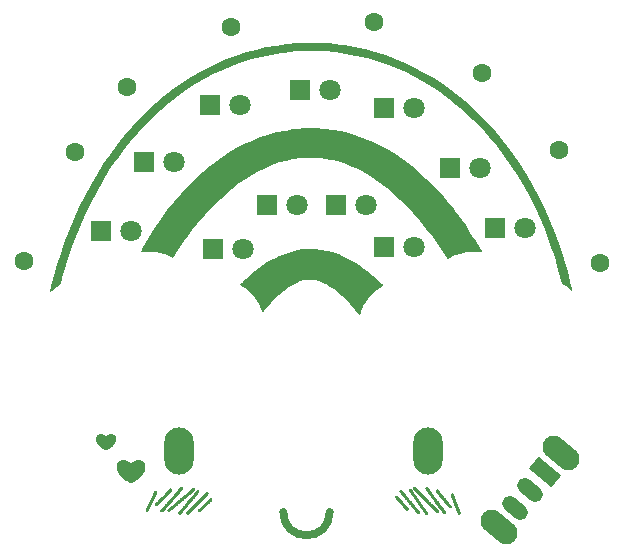
<source format=gbr>
%TF.GenerationSoftware,KiCad,Pcbnew,(6.0.4)*%
%TF.CreationDate,2022-06-06T16:58:20-07:00*%
%TF.ProjectId,Alpenglow_RadiantRainbow_PCB,416c7065-6e67-46c6-9f77-5f5261646961,rev?*%
%TF.SameCoordinates,Original*%
%TF.FileFunction,Soldermask,Top*%
%TF.FilePolarity,Negative*%
%FSLAX46Y46*%
G04 Gerber Fmt 4.6, Leading zero omitted, Abs format (unit mm)*
G04 Created by KiCad (PCBNEW (6.0.4)) date 2022-06-06 16:58:20*
%MOMM*%
%LPD*%
G01*
G04 APERTURE LIST*
G04 Aperture macros list*
%AMHorizOval*
0 Thick line with rounded ends*
0 $1 width*
0 $2 $3 position (X,Y) of the first rounded end (center of the circle)*
0 $4 $5 position (X,Y) of the second rounded end (center of the circle)*
0 Add line between two ends*
20,1,$1,$2,$3,$4,$5,0*
0 Add two circle primitives to create the rounded ends*
1,1,$1,$2,$3*
1,1,$1,$4,$5*%
%AMRotRect*
0 Rectangle, with rotation*
0 The origin of the aperture is its center*
0 $1 length*
0 $2 width*
0 $3 Rotation angle, in degrees counterclockwise*
0 Add horizontal line*
21,1,$1,$2,0,0,$3*%
G04 Aperture macros list end*
%ADD10C,0.635000*%
%ADD11R,1.800000X1.800000*%
%ADD12C,1.800000*%
%ADD13C,1.600000*%
%ADD14HorizOval,1.600000X0.000000X0.000000X0.000000X0.000000X0*%
%ADD15HorizOval,1.600000X0.000000X0.000000X0.000000X0.000000X0*%
%ADD16HorizOval,1.600000X0.000000X0.000000X0.000000X0.000000X0*%
%ADD17HorizOval,1.900000X-0.612836X0.514230X0.612836X-0.514230X0*%
%ADD18RotRect,1.300000X2.500000X230.000000*%
%ADD19HorizOval,1.300000X-0.459627X0.385673X0.459627X-0.385673X0*%
%ADD20O,2.500000X4.000000*%
%ADD21HorizOval,1.600000X0.000000X0.000000X0.000000X0.000000X0*%
G04 APERTURE END LIST*
D10*
X142430500Y-117538500D02*
G75*
G03*
X146367500Y-117538500I1968500J0D01*
G01*
%TO.C,G\u002A\u002A\u002A*%
G36*
X145151954Y-77801633D02*
G01*
X145703631Y-77822009D01*
X146264324Y-77858119D01*
X146823521Y-77909364D01*
X147370708Y-77975145D01*
X147612753Y-78009709D01*
X148498738Y-78163798D01*
X149374545Y-78357913D01*
X150239428Y-78591571D01*
X151092638Y-78864294D01*
X151933430Y-79175599D01*
X152761056Y-79525008D01*
X153574768Y-79912038D01*
X154373819Y-80336210D01*
X155157463Y-80797043D01*
X155924952Y-81294057D01*
X156675539Y-81826771D01*
X157408477Y-82394704D01*
X158123018Y-82997376D01*
X158818416Y-83634306D01*
X159493923Y-84305014D01*
X160148792Y-85009020D01*
X160782277Y-85745842D01*
X161393629Y-86515000D01*
X161897538Y-87196957D01*
X162497029Y-88072033D01*
X163067505Y-88978137D01*
X163608615Y-89914479D01*
X164120009Y-90880264D01*
X164601338Y-91874699D01*
X165052250Y-92896992D01*
X165472397Y-93946350D01*
X165861427Y-95021980D01*
X166218991Y-96123089D01*
X166544739Y-97248884D01*
X166831922Y-98371829D01*
X166863677Y-98505900D01*
X166891383Y-98625851D01*
X166913784Y-98725988D01*
X166929622Y-98800619D01*
X166937640Y-98844048D01*
X166938135Y-98852805D01*
X166917129Y-98843830D01*
X166866588Y-98808806D01*
X166789565Y-98750090D01*
X166689110Y-98670039D01*
X166568276Y-98571008D01*
X166505272Y-98518545D01*
X166368909Y-98412174D01*
X166252800Y-98338576D01*
X166177402Y-98303687D01*
X166091321Y-98265112D01*
X166045879Y-98228601D01*
X166037393Y-98211137D01*
X165736000Y-97083684D01*
X165404966Y-95983152D01*
X165044556Y-94910018D01*
X164655035Y-93864756D01*
X164236668Y-92847843D01*
X163789720Y-91859755D01*
X163314456Y-90900966D01*
X162811140Y-89971953D01*
X162280038Y-89073190D01*
X161721415Y-88205155D01*
X161135536Y-87368322D01*
X160522665Y-86563168D01*
X159883068Y-85790167D01*
X159217009Y-85049795D01*
X158524753Y-84342529D01*
X158072191Y-83911279D01*
X157731090Y-83599562D01*
X157407742Y-83314078D01*
X157093400Y-83047663D01*
X156779321Y-82793156D01*
X156456757Y-82543397D01*
X156116964Y-82291222D01*
X155922935Y-82151310D01*
X155160479Y-81630757D01*
X154385250Y-81149554D01*
X153597522Y-80707799D01*
X152797568Y-80305589D01*
X151985664Y-79943023D01*
X151162082Y-79620197D01*
X150327097Y-79337210D01*
X149480983Y-79094160D01*
X148624014Y-78891144D01*
X147756464Y-78728260D01*
X146878606Y-78605606D01*
X145990715Y-78523279D01*
X145706596Y-78505582D01*
X145231410Y-78485374D01*
X144772352Y-78478587D01*
X144316237Y-78485498D01*
X143849880Y-78506388D01*
X143360095Y-78541536D01*
X143155407Y-78559581D01*
X142289955Y-78660236D01*
X141433114Y-78801224D01*
X140585618Y-78982090D01*
X139748205Y-79202379D01*
X138921612Y-79461635D01*
X138106574Y-79759401D01*
X137303829Y-80095224D01*
X136514113Y-80468645D01*
X135738163Y-80879211D01*
X134976715Y-81326466D01*
X134230506Y-81809953D01*
X133500272Y-82329217D01*
X132786750Y-82883803D01*
X132090677Y-83473254D01*
X131412790Y-84097115D01*
X130753824Y-84754931D01*
X130114516Y-85446245D01*
X129495604Y-86170603D01*
X128897823Y-86927547D01*
X128321910Y-87716624D01*
X128297984Y-87750787D01*
X127714654Y-88619712D01*
X127159729Y-89517381D01*
X126632959Y-90444339D01*
X126134098Y-91401127D01*
X125662895Y-92388289D01*
X125219104Y-93406369D01*
X124802475Y-94455908D01*
X124412761Y-95537451D01*
X124049713Y-96651540D01*
X123728123Y-97744743D01*
X123585640Y-98254763D01*
X123469698Y-98310961D01*
X123366825Y-98370255D01*
X123236874Y-98461395D01*
X123080622Y-98583790D01*
X122898845Y-98736854D01*
X122839576Y-98788556D01*
X122763520Y-98853055D01*
X122706004Y-98897115D01*
X122671414Y-98917635D01*
X122663673Y-98912863D01*
X122672267Y-98881228D01*
X122689273Y-98815613D01*
X122713061Y-98722417D01*
X122742002Y-98608039D01*
X122774467Y-98478877D01*
X122790291Y-98415636D01*
X122944944Y-97822171D01*
X123118044Y-97204149D01*
X123306060Y-96573108D01*
X123505458Y-95940587D01*
X123712710Y-95318124D01*
X123910065Y-94756550D01*
X124302124Y-93721348D01*
X124720609Y-92713286D01*
X125165034Y-91732918D01*
X125634910Y-90780798D01*
X126129751Y-89857476D01*
X126649069Y-88963508D01*
X127192377Y-88099444D01*
X127759186Y-87265839D01*
X128349011Y-86463245D01*
X128961364Y-85692215D01*
X129595756Y-84953302D01*
X130251701Y-84247059D01*
X130928711Y-83574039D01*
X131626300Y-82934793D01*
X132343978Y-82329877D01*
X133081260Y-81759842D01*
X133837657Y-81225241D01*
X134612683Y-80726626D01*
X135405849Y-80264552D01*
X136216669Y-79839571D01*
X137044655Y-79452235D01*
X137613716Y-79212056D01*
X138441421Y-78898392D01*
X139272842Y-78624958D01*
X140110647Y-78391180D01*
X140957503Y-78196482D01*
X141816077Y-78040290D01*
X142689036Y-77922030D01*
X143579047Y-77841125D01*
X144117697Y-77810482D01*
X144619805Y-77797591D01*
X145151954Y-77801633D01*
G37*
G36*
X145033897Y-85054270D02*
G01*
X145253243Y-85056138D01*
X145443983Y-85059913D01*
X145614189Y-85066146D01*
X145771932Y-85075392D01*
X145925284Y-85088205D01*
X146082317Y-85105137D01*
X146251102Y-85126742D01*
X146439711Y-85153573D01*
X146612940Y-85179576D01*
X147313399Y-85307181D01*
X148008737Y-85475635D01*
X148698396Y-85684569D01*
X149381815Y-85933612D01*
X150058436Y-86222393D01*
X150727699Y-86550543D01*
X151389044Y-86917691D01*
X152041913Y-87323466D01*
X152685745Y-87767499D01*
X153319981Y-88249419D01*
X153944062Y-88768856D01*
X154557428Y-89325439D01*
X155159521Y-89918798D01*
X155749780Y-90548564D01*
X156327646Y-91214365D01*
X156892560Y-91915831D01*
X157000041Y-92055277D01*
X157280101Y-92430174D01*
X157570514Y-92835773D01*
X157865962Y-93263963D01*
X158161127Y-93706636D01*
X158450691Y-94155678D01*
X158729338Y-94602981D01*
X158991749Y-95040434D01*
X159232607Y-95459925D01*
X159234525Y-95463352D01*
X159263509Y-95515146D01*
X158734348Y-95521560D01*
X158477019Y-95525999D01*
X158256702Y-95533269D01*
X158065691Y-95544425D01*
X157896281Y-95560520D01*
X157740765Y-95582608D01*
X157591440Y-95611742D01*
X157440600Y-95648976D01*
X157280539Y-95695364D01*
X157142191Y-95739278D01*
X156939689Y-95808421D01*
X156774739Y-95871966D01*
X156641065Y-95932731D01*
X156532393Y-95993533D01*
X156453336Y-96048629D01*
X156404307Y-96083763D01*
X156369252Y-96103811D01*
X156362699Y-96105603D01*
X156346266Y-96088689D01*
X156311139Y-96041738D01*
X156261304Y-95970436D01*
X156200746Y-95880467D01*
X156141286Y-95789657D01*
X155617398Y-95003707D01*
X155086831Y-94255308D01*
X154549895Y-93544761D01*
X154006902Y-92872370D01*
X153458164Y-92238437D01*
X152903991Y-91643265D01*
X152344696Y-91087155D01*
X151780589Y-90570410D01*
X151211982Y-90093332D01*
X150639186Y-89656225D01*
X150062513Y-89259389D01*
X149482274Y-88903129D01*
X148898780Y-88587745D01*
X148555681Y-88422147D01*
X148041023Y-88199359D01*
X147536815Y-88011677D01*
X147034593Y-87856655D01*
X146525891Y-87731845D01*
X146002244Y-87634800D01*
X145669783Y-87587930D01*
X145461230Y-87567215D01*
X145219976Y-87552308D01*
X144957643Y-87543276D01*
X144685856Y-87540186D01*
X144416239Y-87543105D01*
X144160415Y-87552100D01*
X143930009Y-87567240D01*
X143826772Y-87577266D01*
X143239778Y-87661011D01*
X142658573Y-87782127D01*
X142082191Y-87941052D01*
X141509665Y-88138223D01*
X140940028Y-88374078D01*
X140372314Y-88649053D01*
X139805555Y-88963585D01*
X139238785Y-89318112D01*
X138671038Y-89713071D01*
X138101346Y-90148898D01*
X138053028Y-90187660D01*
X137852375Y-90354494D01*
X137629956Y-90548828D01*
X137391294Y-90765319D01*
X137141910Y-90998622D01*
X136887325Y-91243393D01*
X136633060Y-91494288D01*
X136384638Y-91745962D01*
X136147579Y-91993073D01*
X135927406Y-92230274D01*
X135823740Y-92345326D01*
X135471633Y-92751481D01*
X135110132Y-93189226D01*
X134744853Y-93651117D01*
X134381412Y-94129707D01*
X134025425Y-94617552D01*
X133682507Y-95107206D01*
X133358275Y-95591224D01*
X133253150Y-95753401D01*
X133196237Y-95841782D01*
X133147808Y-95916598D01*
X133112304Y-95971020D01*
X133094163Y-95998219D01*
X133092907Y-95999913D01*
X133072089Y-95994312D01*
X133027564Y-95970672D01*
X133001407Y-95954704D01*
X132924508Y-95912319D01*
X132837829Y-95873202D01*
X132816376Y-95865037D01*
X132737364Y-95831333D01*
X132662848Y-95791313D01*
X132644684Y-95779532D01*
X132562324Y-95736177D01*
X132442459Y-95692224D01*
X132292280Y-95649293D01*
X132118977Y-95609010D01*
X131929739Y-95572995D01*
X131731755Y-95542871D01*
X131532215Y-95520262D01*
X131473644Y-95515229D01*
X131403406Y-95512484D01*
X131301546Y-95512206D01*
X131176492Y-95514062D01*
X131036674Y-95517719D01*
X130890519Y-95522844D01*
X130746455Y-95529105D01*
X130612909Y-95536169D01*
X130498311Y-95543703D01*
X130411088Y-95551373D01*
X130359667Y-95558847D01*
X130357848Y-95559297D01*
X130340277Y-95561134D01*
X130333495Y-95551937D01*
X130339445Y-95526964D01*
X130360071Y-95481476D01*
X130397316Y-95410733D01*
X130453123Y-95309994D01*
X130478756Y-95264363D01*
X130989432Y-94388956D01*
X131514022Y-93552603D01*
X132052887Y-92754868D01*
X132606392Y-91995314D01*
X133174899Y-91273503D01*
X133758770Y-90588999D01*
X134358371Y-89941366D01*
X134974062Y-89330166D01*
X135606208Y-88754962D01*
X136255171Y-88215318D01*
X136489495Y-88032347D01*
X137126253Y-87566713D01*
X137774047Y-87139064D01*
X138432003Y-86749786D01*
X139099246Y-86399264D01*
X139774903Y-86087885D01*
X140458099Y-85816033D01*
X141147960Y-85584095D01*
X141843613Y-85392457D01*
X142544182Y-85241504D01*
X142976376Y-85169148D01*
X143178635Y-85139796D01*
X143359285Y-85115770D01*
X143526303Y-85096560D01*
X143687664Y-85081653D01*
X143851344Y-85070540D01*
X144025319Y-85062710D01*
X144217565Y-85057651D01*
X144436058Y-85054852D01*
X144688773Y-85053804D01*
X144777874Y-85053754D01*
X145033897Y-85054270D01*
G37*
G36*
X145101284Y-95267507D02*
G01*
X145604059Y-95314704D01*
X146106951Y-95402979D01*
X146609665Y-95532288D01*
X147111907Y-95702588D01*
X147613382Y-95913835D01*
X148113795Y-96165984D01*
X148612853Y-96458991D01*
X149110259Y-96792813D01*
X149287213Y-96921743D01*
X149408611Y-97014388D01*
X149546326Y-97123491D01*
X149695859Y-97245147D01*
X149852709Y-97375448D01*
X150012379Y-97510487D01*
X150170368Y-97646358D01*
X150322177Y-97779154D01*
X150463308Y-97904968D01*
X150589261Y-98019892D01*
X150695537Y-98120021D01*
X150777637Y-98201448D01*
X150831061Y-98260264D01*
X150836348Y-98266927D01*
X150881459Y-98325396D01*
X150828433Y-98358488D01*
X150783762Y-98391456D01*
X150723864Y-98441977D01*
X150678857Y-98483054D01*
X150608701Y-98540940D01*
X150532215Y-98591366D01*
X150488637Y-98613465D01*
X150424599Y-98651240D01*
X150335789Y-98721192D01*
X150223791Y-98822007D01*
X150146312Y-98896580D01*
X150003775Y-99036940D01*
X149889210Y-99150818D01*
X149799524Y-99241561D01*
X149731624Y-99312519D01*
X149682420Y-99367039D01*
X149648818Y-99408471D01*
X149627726Y-99440162D01*
X149616053Y-99465461D01*
X149613626Y-99473400D01*
X149586066Y-99533024D01*
X149545447Y-99586191D01*
X149512021Y-99624348D01*
X149461507Y-99687744D01*
X149401281Y-99766921D01*
X149349966Y-99836790D01*
X149269433Y-99955137D01*
X149215126Y-100052376D01*
X149182297Y-100137311D01*
X149176826Y-100157916D01*
X149153621Y-100233393D01*
X149124958Y-100298955D01*
X149105357Y-100329645D01*
X149074168Y-100380109D01*
X149062235Y-100422875D01*
X149056315Y-100460300D01*
X149041224Y-100527417D01*
X149019411Y-100613902D01*
X148999358Y-100687979D01*
X148937671Y-100909262D01*
X148737935Y-100667261D01*
X148540772Y-100434141D01*
X148324480Y-100188526D01*
X148100421Y-99942915D01*
X147879956Y-99709805D01*
X147714330Y-99541239D01*
X147368411Y-99210314D01*
X147032845Y-98918206D01*
X146705892Y-98663839D01*
X146385809Y-98446135D01*
X146070855Y-98264020D01*
X145759287Y-98116415D01*
X145449363Y-98002244D01*
X145139342Y-97920432D01*
X145068799Y-97906260D01*
X144952424Y-97891419D01*
X144806099Y-97883399D01*
X144643991Y-97882025D01*
X144480264Y-97887123D01*
X144329085Y-97898517D01*
X144204619Y-97916033D01*
X144199732Y-97916990D01*
X143883245Y-97999025D01*
X143559970Y-98119863D01*
X143233083Y-98277910D01*
X142905760Y-98471573D01*
X142581174Y-98699259D01*
X142472852Y-98783463D01*
X142272762Y-98950163D01*
X142055005Y-99144447D01*
X141826555Y-99359308D01*
X141594385Y-99587740D01*
X141365471Y-99822738D01*
X141146786Y-100057293D01*
X140945304Y-100284400D01*
X140771581Y-100492593D01*
X140714301Y-100560009D01*
X140676861Y-100593564D01*
X140656151Y-100594971D01*
X140649059Y-100565944D01*
X140648975Y-100560120D01*
X140641158Y-100523714D01*
X140620144Y-100459549D01*
X140589590Y-100378254D01*
X140568774Y-100327045D01*
X140531162Y-100233579D01*
X140497706Y-100144175D01*
X140473484Y-100072669D01*
X140466600Y-100048653D01*
X140433285Y-99972313D01*
X140389436Y-99928616D01*
X140353833Y-99899786D01*
X140345901Y-99877677D01*
X140340702Y-99852256D01*
X140322409Y-99833212D01*
X140294383Y-99801243D01*
X140256145Y-99744656D01*
X140220223Y-99683263D01*
X140168575Y-99595131D01*
X140107238Y-99499587D01*
X140068481Y-99443769D01*
X140007881Y-99359685D01*
X139942298Y-99267647D01*
X139903960Y-99213270D01*
X139828031Y-99118239D01*
X139725542Y-99009307D01*
X139606423Y-98896568D01*
X139515815Y-98818609D01*
X139459664Y-98766442D01*
X139401915Y-98704255D01*
X139390947Y-98691138D01*
X139328042Y-98633460D01*
X139244836Y-98581949D01*
X139217511Y-98569341D01*
X139155645Y-98541395D01*
X139114719Y-98518955D01*
X139104834Y-98509726D01*
X139087957Y-98492409D01*
X139043649Y-98458840D01*
X138981400Y-98416194D01*
X138979598Y-98415010D01*
X138915727Y-98374801D01*
X138864538Y-98343015D01*
X138827816Y-98315752D01*
X138807348Y-98289115D01*
X138804921Y-98259207D01*
X138822320Y-98222131D01*
X138861332Y-98173989D01*
X138923744Y-98110883D01*
X139011341Y-98028917D01*
X139125910Y-97924192D01*
X139261514Y-97799933D01*
X139642387Y-97458426D01*
X140008103Y-97150662D01*
X140363504Y-96873317D01*
X140713437Y-96623065D01*
X141062745Y-96396583D01*
X141416272Y-96190546D01*
X141778863Y-96001628D01*
X142103600Y-95849439D01*
X142599484Y-95649241D01*
X143097252Y-95490385D01*
X143596611Y-95372828D01*
X144097266Y-95296525D01*
X144598922Y-95261433D01*
X145101284Y-95267507D01*
G37*
G36*
X136333317Y-116368408D02*
G01*
X136358728Y-116377593D01*
X136382010Y-116391643D01*
X136402380Y-116410242D01*
X136419056Y-116433081D01*
X136431254Y-116459846D01*
X136434166Y-116469498D01*
X136438251Y-116497411D01*
X136436289Y-116525855D01*
X136428606Y-116553424D01*
X136415534Y-116578710D01*
X136405582Y-116591807D01*
X136402164Y-116595267D01*
X136394199Y-116603054D01*
X136381971Y-116614900D01*
X136365761Y-116630533D01*
X136345851Y-116649685D01*
X136322524Y-116672088D01*
X136296062Y-116697469D01*
X136266748Y-116725562D01*
X136234863Y-116756096D01*
X136200691Y-116788803D01*
X136164512Y-116823411D01*
X136126610Y-116859653D01*
X136087267Y-116897258D01*
X136046764Y-116935958D01*
X136005386Y-116975481D01*
X135963412Y-117015560D01*
X135921126Y-117055926D01*
X135878811Y-117096307D01*
X135836748Y-117136436D01*
X135795220Y-117176043D01*
X135754509Y-117214857D01*
X135714897Y-117252610D01*
X135676666Y-117289032D01*
X135640099Y-117323855D01*
X135605479Y-117356808D01*
X135573086Y-117387621D01*
X135543204Y-117416027D01*
X135516115Y-117441754D01*
X135492101Y-117464535D01*
X135471445Y-117484099D01*
X135454428Y-117500177D01*
X135441334Y-117512499D01*
X135432444Y-117520796D01*
X135428784Y-117524144D01*
X135410437Y-117536929D01*
X135387887Y-117547086D01*
X135363299Y-117553962D01*
X135338839Y-117556901D01*
X135322727Y-117556238D01*
X135298866Y-117550569D01*
X135274731Y-117540019D01*
X135252898Y-117525732D01*
X135251421Y-117524539D01*
X135231194Y-117503879D01*
X135216111Y-117479930D01*
X135206289Y-117453685D01*
X135201846Y-117426139D01*
X135202897Y-117398286D01*
X135209558Y-117371119D01*
X135221948Y-117345635D01*
X135229246Y-117335208D01*
X135233220Y-117330899D01*
X135241738Y-117322296D01*
X135254517Y-117309672D01*
X135271276Y-117293290D01*
X135291732Y-117273422D01*
X135315604Y-117250335D01*
X135342608Y-117224298D01*
X135372465Y-117195579D01*
X135404890Y-117164446D01*
X135439603Y-117131168D01*
X135476320Y-117096013D01*
X135514762Y-117059251D01*
X135554645Y-117021148D01*
X135595686Y-116981974D01*
X135637605Y-116941997D01*
X135680119Y-116901485D01*
X135722946Y-116860707D01*
X135765804Y-116819930D01*
X135808411Y-116779425D01*
X135850486Y-116739459D01*
X135891745Y-116700300D01*
X135931907Y-116662215D01*
X135970691Y-116625476D01*
X136007812Y-116590349D01*
X136042993Y-116557104D01*
X136075947Y-116526007D01*
X136106394Y-116497328D01*
X136134052Y-116471336D01*
X136158640Y-116448298D01*
X136179874Y-116428483D01*
X136197473Y-116412159D01*
X136211155Y-116399595D01*
X136220638Y-116391060D01*
X136225640Y-116386820D01*
X136226037Y-116386537D01*
X136252137Y-116373151D01*
X136279238Y-116365874D01*
X136306559Y-116364398D01*
X136333317Y-116368408D01*
G37*
G36*
X134877480Y-115485411D02*
G01*
X134905236Y-115493143D01*
X134912435Y-115496281D01*
X134928610Y-115506105D01*
X134945369Y-115519899D01*
X134960728Y-115535747D01*
X134972705Y-115551732D01*
X134976112Y-115557753D01*
X134980985Y-115568712D01*
X134984357Y-115579976D01*
X134986752Y-115593756D01*
X134988466Y-115609661D01*
X134989749Y-115625306D01*
X134990036Y-115636579D01*
X134989057Y-115645737D01*
X134986543Y-115655036D01*
X134982226Y-115666730D01*
X134981405Y-115668836D01*
X134972438Y-115687948D01*
X134961690Y-115705028D01*
X134956679Y-115711307D01*
X134952924Y-115714825D01*
X134944268Y-115722452D01*
X134930917Y-115734011D01*
X134913078Y-115749331D01*
X134890959Y-115768236D01*
X134864767Y-115790552D01*
X134834709Y-115816104D01*
X134800992Y-115844717D01*
X134763825Y-115876220D01*
X134723413Y-115910435D01*
X134679966Y-115947189D01*
X134633688Y-115986309D01*
X134584788Y-116027619D01*
X134533474Y-116070944D01*
X134479951Y-116116112D01*
X134424429Y-116162947D01*
X134367114Y-116211275D01*
X134308213Y-116260923D01*
X134247932Y-116311714D01*
X134186481Y-116363476D01*
X134124066Y-116416033D01*
X134060894Y-116469213D01*
X133997172Y-116522838D01*
X133933109Y-116576738D01*
X133868911Y-116630736D01*
X133804785Y-116684658D01*
X133740939Y-116738329D01*
X133677579Y-116791576D01*
X133614913Y-116844224D01*
X133553150Y-116896100D01*
X133492495Y-116947028D01*
X133433155Y-116996834D01*
X133375339Y-117045344D01*
X133319253Y-117092383D01*
X133265105Y-117137778D01*
X133213102Y-117181354D01*
X133163451Y-117222936D01*
X133116360Y-117262351D01*
X133072037Y-117299423D01*
X133030686Y-117333980D01*
X132992517Y-117365845D01*
X132957737Y-117394845D01*
X132926553Y-117420806D01*
X132899173Y-117443553D01*
X132875802Y-117462912D01*
X132856649Y-117478709D01*
X132841921Y-117490768D01*
X132831825Y-117498917D01*
X132826569Y-117502981D01*
X132826079Y-117503312D01*
X132813916Y-117510357D01*
X132803500Y-117514893D01*
X132792099Y-117517840D01*
X132776981Y-117520116D01*
X132775595Y-117520289D01*
X132756763Y-117521958D01*
X132741488Y-117521601D01*
X132726954Y-117519150D01*
X132726718Y-117519095D01*
X132697889Y-117509110D01*
X132672855Y-117493872D01*
X132652107Y-117473914D01*
X132636133Y-117449769D01*
X132625420Y-117421972D01*
X132621812Y-117404404D01*
X132619988Y-117374187D01*
X132623897Y-117346927D01*
X132633761Y-117321841D01*
X132649795Y-117298143D01*
X132652119Y-117295385D01*
X132655273Y-117292526D01*
X132663321Y-117285549D01*
X132676059Y-117274628D01*
X132693279Y-117259934D01*
X132714776Y-117241643D01*
X132740345Y-117219928D01*
X132769778Y-117194962D01*
X132802870Y-117166920D01*
X132839415Y-117135975D01*
X132879208Y-117102300D01*
X132922040Y-117066070D01*
X132967709Y-117027458D01*
X133016005Y-116986639D01*
X133066725Y-116943784D01*
X133119662Y-116899068D01*
X133174609Y-116852666D01*
X133231361Y-116804750D01*
X133289714Y-116755494D01*
X133349457Y-116705072D01*
X133410389Y-116653657D01*
X133472301Y-116601424D01*
X133534988Y-116548546D01*
X133598244Y-116495196D01*
X133661864Y-116441549D01*
X133725639Y-116387777D01*
X133789366Y-116334055D01*
X133852838Y-116280557D01*
X133915849Y-116227456D01*
X133978193Y-116174926D01*
X134039663Y-116123139D01*
X134100054Y-116072271D01*
X134159161Y-116022495D01*
X134216776Y-115973984D01*
X134272694Y-115926912D01*
X134326709Y-115881454D01*
X134378615Y-115837782D01*
X134428206Y-115796069D01*
X134475276Y-115756491D01*
X134519619Y-115719220D01*
X134561029Y-115684431D01*
X134599299Y-115652296D01*
X134634225Y-115622990D01*
X134665599Y-115596686D01*
X134693217Y-115573559D01*
X134716871Y-115553781D01*
X134736356Y-115537526D01*
X134751466Y-115524968D01*
X134761995Y-115516281D01*
X134767737Y-115511638D01*
X134768083Y-115511371D01*
X134792583Y-115496620D01*
X134819851Y-115487285D01*
X134848584Y-115483503D01*
X134877480Y-115485411D01*
G37*
G36*
X131660489Y-115753556D02*
G01*
X131686671Y-115764067D01*
X131710937Y-115780879D01*
X131713977Y-115783542D01*
X131734333Y-115805988D01*
X131749124Y-115831375D01*
X131758096Y-115858857D01*
X131760996Y-115887590D01*
X131757572Y-115916727D01*
X131755863Y-115923393D01*
X131754007Y-115927923D01*
X131749404Y-115938211D01*
X131742179Y-115953990D01*
X131732455Y-115975003D01*
X131720357Y-116000986D01*
X131706006Y-116031677D01*
X131689528Y-116066814D01*
X131671044Y-116106136D01*
X131650679Y-116149381D01*
X131628556Y-116196285D01*
X131604799Y-116246589D01*
X131579531Y-116300031D01*
X131552875Y-116356346D01*
X131524955Y-116415276D01*
X131495896Y-116476556D01*
X131465817Y-116539925D01*
X131434847Y-116605123D01*
X131403106Y-116671886D01*
X131390936Y-116697467D01*
X131350123Y-116783221D01*
X131312080Y-116863101D01*
X131276728Y-116937265D01*
X131243993Y-117005869D01*
X131213798Y-117069070D01*
X131186069Y-117127025D01*
X131160729Y-117179890D01*
X131137703Y-117227822D01*
X131116915Y-117270977D01*
X131098289Y-117309513D01*
X131081749Y-117343585D01*
X131067220Y-117373352D01*
X131054627Y-117398968D01*
X131043894Y-117420592D01*
X131034943Y-117438379D01*
X131027701Y-117452485D01*
X131022090Y-117463069D01*
X131018036Y-117470286D01*
X131015463Y-117474294D01*
X131015415Y-117474356D01*
X130994505Y-117496395D01*
X130970076Y-117512952D01*
X130942813Y-117523722D01*
X130913398Y-117528398D01*
X130895217Y-117528168D01*
X130868266Y-117522941D01*
X130842284Y-117511818D01*
X130818474Y-117495568D01*
X130798034Y-117474956D01*
X130786624Y-117458759D01*
X130778375Y-117440454D01*
X130772625Y-117418268D01*
X130769749Y-117394641D01*
X130770129Y-117372015D01*
X130771607Y-117362086D01*
X130773513Y-117356832D01*
X130778292Y-117345620D01*
X130785922Y-117328496D01*
X130796383Y-117305507D01*
X130809652Y-117276698D01*
X130825707Y-117242117D01*
X130844527Y-117201809D01*
X130866090Y-117155823D01*
X130890372Y-117104203D01*
X130917354Y-117046997D01*
X130947013Y-116984251D01*
X130979328Y-116916011D01*
X131014276Y-116842325D01*
X131051834Y-116763238D01*
X131091983Y-116678797D01*
X131134699Y-116589049D01*
X131139242Y-116579509D01*
X131179483Y-116495033D01*
X131216961Y-116416406D01*
X131251761Y-116343450D01*
X131283970Y-116275986D01*
X131313676Y-116213836D01*
X131340962Y-116156822D01*
X131365917Y-116104766D01*
X131388626Y-116057490D01*
X131409176Y-116014816D01*
X131427653Y-115976564D01*
X131444143Y-115942558D01*
X131458732Y-115912619D01*
X131471507Y-115886568D01*
X131482554Y-115864228D01*
X131491958Y-115845420D01*
X131499808Y-115829966D01*
X131506188Y-115817689D01*
X131511185Y-115808409D01*
X131514886Y-115801949D01*
X131517375Y-115798129D01*
X131517753Y-115797646D01*
X131538739Y-115777135D01*
X131563391Y-115762175D01*
X131591550Y-115752851D01*
X131601171Y-115751089D01*
X131632090Y-115749259D01*
X131660489Y-115753556D01*
G37*
G36*
X132937339Y-115538179D02*
G01*
X132953499Y-115542169D01*
X132970387Y-115549504D01*
X132978317Y-115553718D01*
X133003621Y-115570944D01*
X133023255Y-115591628D01*
X133037343Y-115615958D01*
X133046005Y-115644121D01*
X133048573Y-115662095D01*
X133049119Y-115689468D01*
X133045061Y-115713450D01*
X133035981Y-115735837D01*
X133028524Y-115748383D01*
X133025247Y-115752222D01*
X133017508Y-115760623D01*
X133005505Y-115773383D01*
X132989435Y-115790295D01*
X132969499Y-115811156D01*
X132945891Y-115835759D01*
X132918812Y-115863901D01*
X132888459Y-115895376D01*
X132855029Y-115929981D01*
X132818723Y-115967509D01*
X132779737Y-116007757D01*
X132738270Y-116050520D01*
X132694518Y-116095591D01*
X132648683Y-116142769D01*
X132600958Y-116191846D01*
X132551546Y-116242618D01*
X132500642Y-116294881D01*
X132448445Y-116348430D01*
X132410673Y-116387156D01*
X132345302Y-116454145D01*
X132284426Y-116516503D01*
X132227896Y-116574379D01*
X132175563Y-116627924D01*
X132127279Y-116677289D01*
X132082893Y-116722624D01*
X132042259Y-116764080D01*
X132005225Y-116801809D01*
X131971644Y-116835959D01*
X131941366Y-116866683D01*
X131914242Y-116894131D01*
X131890124Y-116918452D01*
X131868862Y-116939799D01*
X131850308Y-116958322D01*
X131834311Y-116974171D01*
X131820725Y-116987497D01*
X131809398Y-116998451D01*
X131800183Y-117007183D01*
X131792931Y-117013844D01*
X131787491Y-117018585D01*
X131783717Y-117021556D01*
X131782607Y-117022304D01*
X131771516Y-117028836D01*
X131761973Y-117033196D01*
X131751641Y-117036147D01*
X131738178Y-117038450D01*
X131729495Y-117039603D01*
X131711866Y-117041455D01*
X131698505Y-117041793D01*
X131687184Y-117040585D01*
X131679605Y-117038890D01*
X131651820Y-117028480D01*
X131627674Y-117013223D01*
X131607529Y-116993919D01*
X131591750Y-116971365D01*
X131580697Y-116946362D01*
X131574737Y-116919708D01*
X131574228Y-116892201D01*
X131579538Y-116864643D01*
X131589528Y-116840567D01*
X131597560Y-116827395D01*
X131607374Y-116813824D01*
X131612275Y-116807934D01*
X131616632Y-116803276D01*
X131625349Y-116794171D01*
X131638184Y-116780864D01*
X131654899Y-116763598D01*
X131675254Y-116742618D01*
X131699011Y-116718170D01*
X131725932Y-116690497D01*
X131755776Y-116659843D01*
X131788305Y-116626455D01*
X131823280Y-116590574D01*
X131860460Y-116552448D01*
X131899610Y-116512319D01*
X131940488Y-116470432D01*
X131982855Y-116427031D01*
X132026474Y-116382362D01*
X132071104Y-116336669D01*
X132116507Y-116290196D01*
X132162445Y-116243187D01*
X132208676Y-116195887D01*
X132254963Y-116148542D01*
X132301067Y-116101393D01*
X132346749Y-116054688D01*
X132391770Y-116008670D01*
X132435890Y-115963583D01*
X132478870Y-115919672D01*
X132520473Y-115877181D01*
X132560459Y-115836355D01*
X132598588Y-115797439D01*
X132634622Y-115760676D01*
X132668322Y-115726312D01*
X132699448Y-115694592D01*
X132727762Y-115665757D01*
X132753024Y-115640056D01*
X132774997Y-115617730D01*
X132793440Y-115599024D01*
X132808115Y-115584185D01*
X132818782Y-115573454D01*
X132825204Y-115567078D01*
X132827054Y-115565328D01*
X132843232Y-115553847D01*
X132859762Y-115546020D01*
X132878843Y-115541013D01*
X132897754Y-115538442D01*
X132919545Y-115537087D01*
X132937339Y-115538179D01*
G37*
G36*
X133820582Y-115401884D02*
G01*
X133850282Y-115407732D01*
X133876884Y-115418884D01*
X133899961Y-115434634D01*
X133919083Y-115454275D01*
X133933820Y-115477104D01*
X133943744Y-115502412D01*
X133948426Y-115529496D01*
X133947437Y-115557650D01*
X133940348Y-115586169D01*
X133937323Y-115593862D01*
X133936601Y-115595680D01*
X133936044Y-115597253D01*
X133935530Y-115598723D01*
X133934932Y-115600235D01*
X133934129Y-115601933D01*
X133932995Y-115603961D01*
X133931406Y-115606463D01*
X133929237Y-115609583D01*
X133926365Y-115613465D01*
X133922666Y-115618254D01*
X133918014Y-115624092D01*
X133912287Y-115631124D01*
X133905360Y-115639496D01*
X133897107Y-115649349D01*
X133887407Y-115660828D01*
X133876132Y-115674078D01*
X133863162Y-115689242D01*
X133848370Y-115706465D01*
X133831633Y-115725889D01*
X133812825Y-115747660D01*
X133791823Y-115771923D01*
X133768505Y-115798819D01*
X133742743Y-115828494D01*
X133714414Y-115861091D01*
X133683396Y-115896755D01*
X133649562Y-115935630D01*
X133612789Y-115977860D01*
X133572953Y-116023588D01*
X133529928Y-116072958D01*
X133483592Y-116126116D01*
X133433821Y-116183204D01*
X133380488Y-116244367D01*
X133323472Y-116309749D01*
X133262647Y-116379494D01*
X133197889Y-116453747D01*
X133129074Y-116532649D01*
X133056077Y-116616347D01*
X133010059Y-116669113D01*
X132941348Y-116747896D01*
X132876878Y-116821811D01*
X132816507Y-116891014D01*
X132760098Y-116955664D01*
X132707512Y-117015919D01*
X132658607Y-117071934D01*
X132613245Y-117123870D01*
X132571287Y-117171882D01*
X132532593Y-117216129D01*
X132497025Y-117256769D01*
X132464441Y-117293958D01*
X132434704Y-117327855D01*
X132407673Y-117358616D01*
X132383209Y-117386401D01*
X132361173Y-117411365D01*
X132341425Y-117433668D01*
X132323826Y-117453467D01*
X132308237Y-117470919D01*
X132294518Y-117486182D01*
X132282530Y-117499413D01*
X132272132Y-117510771D01*
X132263187Y-117520412D01*
X132255555Y-117528495D01*
X132249095Y-117535178D01*
X132243669Y-117540616D01*
X132239137Y-117544969D01*
X132235360Y-117548394D01*
X132232200Y-117551048D01*
X132229514Y-117553090D01*
X132227166Y-117554676D01*
X132226497Y-117555092D01*
X132213773Y-117562470D01*
X132203298Y-117567167D01*
X132192286Y-117570128D01*
X132177948Y-117572298D01*
X132174502Y-117572713D01*
X132159883Y-117574075D01*
X132146483Y-117574704D01*
X132136664Y-117574506D01*
X132134892Y-117574292D01*
X132107538Y-117566552D01*
X132081858Y-117553009D01*
X132059083Y-117534509D01*
X132040444Y-117511898D01*
X132037515Y-117507279D01*
X132031546Y-117497112D01*
X132027512Y-117488824D01*
X132024866Y-117480477D01*
X132023061Y-117470136D01*
X132021547Y-117455866D01*
X132020892Y-117448531D01*
X132019578Y-117431579D01*
X132019215Y-117419341D01*
X132019935Y-117409915D01*
X132021871Y-117401399D01*
X132024775Y-117392911D01*
X132030344Y-117379814D01*
X132036892Y-117367001D01*
X132040618Y-117360858D01*
X132043423Y-117357427D01*
X132050458Y-117349148D01*
X132061572Y-117336196D01*
X132076612Y-117318748D01*
X132095426Y-117296979D01*
X132117859Y-117271063D01*
X132143762Y-117241178D01*
X132172981Y-117207497D01*
X132205363Y-117170197D01*
X132240756Y-117129452D01*
X132279007Y-117085439D01*
X132319964Y-117038332D01*
X132363475Y-116988307D01*
X132409387Y-116935539D01*
X132457546Y-116880205D01*
X132507802Y-116822479D01*
X132560002Y-116762536D01*
X132613992Y-116700552D01*
X132669620Y-116636703D01*
X132726735Y-116571164D01*
X132785182Y-116504110D01*
X132844811Y-116435717D01*
X132883739Y-116391074D01*
X132956369Y-116307786D01*
X133024744Y-116229369D01*
X133088998Y-116155676D01*
X133149269Y-116086558D01*
X133205686Y-116021867D01*
X133258386Y-115961457D01*
X133307504Y-115905177D01*
X133353172Y-115852883D01*
X133395525Y-115804425D01*
X133434696Y-115759654D01*
X133470821Y-115718425D01*
X133504033Y-115680587D01*
X133534466Y-115645995D01*
X133562253Y-115614499D01*
X133587531Y-115585954D01*
X133610432Y-115560208D01*
X133631090Y-115537117D01*
X133649640Y-115516530D01*
X133666216Y-115498301D01*
X133680952Y-115482282D01*
X133693981Y-115468325D01*
X133705438Y-115456283D01*
X133715457Y-115446006D01*
X133724173Y-115437348D01*
X133731718Y-115430160D01*
X133738228Y-115424295D01*
X133743836Y-115419605D01*
X133748677Y-115415941D01*
X133752885Y-115413157D01*
X133756593Y-115411104D01*
X133759935Y-115409634D01*
X133763047Y-115408600D01*
X133766062Y-115407853D01*
X133769113Y-115407246D01*
X133772336Y-115406632D01*
X133775863Y-115405860D01*
X133777618Y-115405415D01*
X133795205Y-115401833D01*
X133812067Y-115401268D01*
X133820582Y-115401884D01*
G37*
G36*
X136013721Y-115835546D02*
G01*
X136038844Y-115845546D01*
X136061714Y-115860345D01*
X136081544Y-115879614D01*
X136097546Y-115903022D01*
X136108934Y-115930239D01*
X136110490Y-115935734D01*
X136114299Y-115962778D01*
X136112269Y-115990746D01*
X136104762Y-116018119D01*
X136092143Y-116043380D01*
X136081172Y-116058179D01*
X136077744Y-116061805D01*
X136069799Y-116069996D01*
X136057507Y-116082576D01*
X136041042Y-116099370D01*
X136020576Y-116120205D01*
X135996282Y-116144905D01*
X135968330Y-116173297D01*
X135936893Y-116205206D01*
X135902143Y-116240457D01*
X135864253Y-116278875D01*
X135823396Y-116320288D01*
X135779741Y-116364519D01*
X135733464Y-116411394D01*
X135684734Y-116460740D01*
X135633724Y-116512382D01*
X135580606Y-116566144D01*
X135525554Y-116621853D01*
X135468738Y-116679333D01*
X135410331Y-116738413D01*
X135350505Y-116798914D01*
X135289432Y-116860665D01*
X135249008Y-116901532D01*
X135172311Y-116979054D01*
X135100169Y-117051953D01*
X135032456Y-117120354D01*
X134969047Y-117184383D01*
X134909817Y-117244165D01*
X134854641Y-117299825D01*
X134803394Y-117351489D01*
X134755950Y-117399281D01*
X134712184Y-117443328D01*
X134671971Y-117483753D01*
X134635186Y-117520684D01*
X134601704Y-117554245D01*
X134571400Y-117584560D01*
X134544147Y-117611757D01*
X134519822Y-117635959D01*
X134498300Y-117657292D01*
X134479453Y-117675881D01*
X134463159Y-117691853D01*
X134449291Y-117705332D01*
X134437724Y-117716443D01*
X134428333Y-117725311D01*
X134420995Y-117732062D01*
X134415581Y-117736822D01*
X134411969Y-117739715D01*
X134410865Y-117740460D01*
X134400039Y-117746625D01*
X134390545Y-117750734D01*
X134380062Y-117753502D01*
X134366265Y-117755646D01*
X134358565Y-117756573D01*
X134340351Y-117758230D01*
X134326466Y-117758318D01*
X134314748Y-117756787D01*
X134309409Y-117755506D01*
X134280368Y-117744391D01*
X134255201Y-117728057D01*
X134234395Y-117706993D01*
X134218438Y-117681689D01*
X134208167Y-117653997D01*
X134204018Y-117625774D01*
X134205882Y-117597199D01*
X134213480Y-117569696D01*
X134226532Y-117544690D01*
X134230844Y-117538694D01*
X134234051Y-117535195D01*
X134241776Y-117527132D01*
X134253850Y-117514680D01*
X134270101Y-117498010D01*
X134290359Y-117477296D01*
X134314451Y-117452714D01*
X134342208Y-117424436D01*
X134373458Y-117392636D01*
X134408030Y-117357486D01*
X134445754Y-117319162D01*
X134486457Y-117277836D01*
X134529969Y-117233683D01*
X134576119Y-117186876D01*
X134624736Y-117137587D01*
X134675650Y-117085992D01*
X134728688Y-117032264D01*
X134783680Y-116976575D01*
X134840455Y-116919101D01*
X134898841Y-116860015D01*
X134958669Y-116799489D01*
X135019766Y-116737698D01*
X135063344Y-116693637D01*
X135139130Y-116617027D01*
X135210370Y-116545028D01*
X135277198Y-116477505D01*
X135339750Y-116414325D01*
X135398160Y-116355353D01*
X135452563Y-116300452D01*
X135503094Y-116249489D01*
X135549887Y-116202330D01*
X135593078Y-116158838D01*
X135632800Y-116118879D01*
X135669189Y-116082318D01*
X135702380Y-116049021D01*
X135732509Y-116018852D01*
X135759708Y-115991677D01*
X135784112Y-115967360D01*
X135805858Y-115945767D01*
X135825080Y-115926763D01*
X135841911Y-115910213D01*
X135856490Y-115895984D01*
X135868947Y-115883937D01*
X135879419Y-115873941D01*
X135888041Y-115865859D01*
X135894947Y-115859557D01*
X135900274Y-115854900D01*
X135904153Y-115851754D01*
X135906441Y-115850150D01*
X135932704Y-115837648D01*
X135959864Y-115831268D01*
X135987131Y-115830677D01*
X136013721Y-115835546D01*
G37*
G36*
X135237872Y-115671810D02*
G01*
X135264419Y-115682937D01*
X135288440Y-115699812D01*
X135288934Y-115700250D01*
X135309749Y-115722879D01*
X135324647Y-115748244D01*
X135333489Y-115775747D01*
X135336131Y-115804792D01*
X135332430Y-115834780D01*
X135325996Y-115855997D01*
X135325048Y-115858219D01*
X135323667Y-115860889D01*
X135321727Y-115864164D01*
X135319093Y-115868202D01*
X135315638Y-115873160D01*
X135311232Y-115879194D01*
X135305742Y-115886462D01*
X135299041Y-115895121D01*
X135290998Y-115905329D01*
X135281482Y-115917241D01*
X135270365Y-115931015D01*
X135257513Y-115946809D01*
X135242800Y-115964779D01*
X135226094Y-115985082D01*
X135207265Y-116007876D01*
X135186184Y-116033317D01*
X135162719Y-116061564D01*
X135136742Y-116092772D01*
X135108121Y-116127098D01*
X135076727Y-116164700D01*
X135042429Y-116205736D01*
X135005098Y-116250361D01*
X134964603Y-116298733D01*
X134920815Y-116351011D01*
X134873603Y-116407349D01*
X134822837Y-116467905D01*
X134768388Y-116532837D01*
X134710123Y-116602301D01*
X134647915Y-116676455D01*
X134581633Y-116755455D01*
X134536821Y-116808862D01*
X134467978Y-116890904D01*
X134403287Y-116967993D01*
X134342611Y-117040286D01*
X134285822Y-117107940D01*
X134232784Y-117171110D01*
X134183364Y-117229953D01*
X134137430Y-117284625D01*
X134094849Y-117335282D01*
X134055488Y-117382080D01*
X134019214Y-117425177D01*
X133985894Y-117464728D01*
X133955395Y-117500888D01*
X133927584Y-117533815D01*
X133902329Y-117563666D01*
X133879495Y-117590596D01*
X133858951Y-117614760D01*
X133840563Y-117636317D01*
X133824199Y-117655421D01*
X133809725Y-117672229D01*
X133797009Y-117686897D01*
X133785918Y-117699582D01*
X133776317Y-117710441D01*
X133768077Y-117719628D01*
X133761062Y-117727301D01*
X133755140Y-117733615D01*
X133750177Y-117738727D01*
X133746042Y-117742794D01*
X133742602Y-117745971D01*
X133739722Y-117748414D01*
X133737270Y-117750281D01*
X133735114Y-117751728D01*
X133734224Y-117752270D01*
X133722177Y-117758991D01*
X133711720Y-117763400D01*
X133700249Y-117766335D01*
X133685155Y-117768633D01*
X133682151Y-117769007D01*
X133663692Y-117770733D01*
X133649434Y-117770667D01*
X133637146Y-117768774D01*
X133634852Y-117768206D01*
X133605955Y-117757630D01*
X133580711Y-117742336D01*
X133559628Y-117723002D01*
X133543217Y-117700308D01*
X133531988Y-117674932D01*
X133526453Y-117647554D01*
X133526528Y-117623979D01*
X133526798Y-117619981D01*
X133526878Y-117616429D01*
X133526896Y-117613164D01*
X133526981Y-117610026D01*
X133527259Y-117606856D01*
X133527859Y-117603496D01*
X133528909Y-117599784D01*
X133530536Y-117595564D01*
X133532869Y-117590675D01*
X133536035Y-117584959D01*
X133540162Y-117578256D01*
X133545378Y-117570406D01*
X133551811Y-117561252D01*
X133559588Y-117550631D01*
X133568839Y-117538388D01*
X133579690Y-117524362D01*
X133592269Y-117508393D01*
X133606706Y-117490324D01*
X133623125Y-117469994D01*
X133641657Y-117447243D01*
X133662428Y-117421914D01*
X133685568Y-117393848D01*
X133711203Y-117362883D01*
X133739461Y-117328862D01*
X133770471Y-117291625D01*
X133804359Y-117251014D01*
X133841255Y-117206868D01*
X133881286Y-117159029D01*
X133924580Y-117107337D01*
X133971263Y-117051635D01*
X134021466Y-116991760D01*
X134075315Y-116927556D01*
X134132939Y-116858862D01*
X134194464Y-116785520D01*
X134260020Y-116707371D01*
X134324479Y-116630518D01*
X134393854Y-116547804D01*
X134459079Y-116470049D01*
X134520283Y-116397099D01*
X134577597Y-116328803D01*
X134631148Y-116265007D01*
X134681070Y-116205558D01*
X134727489Y-116150304D01*
X134770535Y-116099093D01*
X134810340Y-116051770D01*
X134847031Y-116008184D01*
X134880740Y-115968182D01*
X134911595Y-115931610D01*
X134939727Y-115898317D01*
X134965264Y-115868148D01*
X134988338Y-115840952D01*
X135009075Y-115816577D01*
X135027609Y-115794867D01*
X135044066Y-115775672D01*
X135058578Y-115758838D01*
X135071275Y-115744213D01*
X135082284Y-115731644D01*
X135091738Y-115720977D01*
X135099763Y-115712061D01*
X135106492Y-115704742D01*
X135112053Y-115698868D01*
X135116576Y-115694285D01*
X135120191Y-115690842D01*
X135123026Y-115688384D01*
X135125213Y-115686761D01*
X135125746Y-115686423D01*
X135152734Y-115673737D01*
X135181062Y-115667128D01*
X135209764Y-115666513D01*
X135237872Y-115671810D01*
G37*
G36*
X156754648Y-115940998D02*
G01*
X156768676Y-115943212D01*
X156774884Y-115944297D01*
X156790940Y-115947283D01*
X156802397Y-115950030D01*
X156811250Y-115953287D01*
X156819495Y-115957799D01*
X156829128Y-115964317D01*
X156830037Y-115964959D01*
X156850484Y-115982788D01*
X156864153Y-115999746D01*
X156866125Y-116003245D01*
X156868984Y-116009248D01*
X156872802Y-116017948D01*
X156877654Y-116029536D01*
X156883612Y-116044205D01*
X156890750Y-116062149D01*
X156899140Y-116083558D01*
X156908856Y-116108624D01*
X156919970Y-116137541D01*
X156932557Y-116170500D01*
X156946689Y-116207695D01*
X156962439Y-116249318D01*
X156979881Y-116295561D01*
X156999089Y-116346615D01*
X157020134Y-116402675D01*
X157043089Y-116463931D01*
X157068030Y-116530577D01*
X157095029Y-116602804D01*
X157124157Y-116680806D01*
X157155489Y-116764774D01*
X157171601Y-116807975D01*
X157197674Y-116877924D01*
X157223153Y-116946351D01*
X157247939Y-117012984D01*
X157271931Y-117077553D01*
X157295030Y-117139787D01*
X157317136Y-117199413D01*
X157338149Y-117256162D01*
X157357968Y-117309761D01*
X157376494Y-117359940D01*
X157393627Y-117406426D01*
X157409267Y-117448950D01*
X157423313Y-117487239D01*
X157435667Y-117521023D01*
X157446226Y-117550029D01*
X157454892Y-117573988D01*
X157461566Y-117592628D01*
X157466144Y-117605677D01*
X157468531Y-117612864D01*
X157468853Y-117614056D01*
X157471360Y-117643726D01*
X157467410Y-117672023D01*
X157456940Y-117699221D01*
X157443560Y-117720734D01*
X157423507Y-117742687D01*
X157399534Y-117759458D01*
X157372309Y-117770698D01*
X157342503Y-117776060D01*
X157336370Y-117776394D01*
X157323267Y-117776758D01*
X157314079Y-117776482D01*
X157306144Y-117775161D01*
X157296800Y-117772381D01*
X157286015Y-117768656D01*
X157272937Y-117762961D01*
X157258904Y-117755200D01*
X157251963Y-117750617D01*
X157248333Y-117748062D01*
X157244969Y-117745708D01*
X157241779Y-117743329D01*
X157238669Y-117740693D01*
X157235549Y-117737575D01*
X157232326Y-117733744D01*
X157228907Y-117728972D01*
X157225201Y-117723030D01*
X157221115Y-117715691D01*
X157216557Y-117706725D01*
X157211434Y-117695903D01*
X157205654Y-117682998D01*
X157199126Y-117667781D01*
X157191756Y-117650022D01*
X157183453Y-117629493D01*
X157174125Y-117605967D01*
X157163678Y-117579215D01*
X157152021Y-117549006D01*
X157139062Y-117515113D01*
X157124707Y-117477308D01*
X157108866Y-117435362D01*
X157091446Y-117389047D01*
X157072355Y-117338132D01*
X157051500Y-117282392D01*
X157028788Y-117221595D01*
X157004129Y-117155514D01*
X156977429Y-117083921D01*
X156948597Y-117006587D01*
X156917539Y-116923283D01*
X156911052Y-116905885D01*
X156885018Y-116836023D01*
X156859580Y-116767688D01*
X156834837Y-116701147D01*
X156810892Y-116636677D01*
X156787842Y-116574544D01*
X156765789Y-116515022D01*
X156744831Y-116458384D01*
X156725069Y-116404897D01*
X156706604Y-116354835D01*
X156689535Y-116308471D01*
X156673960Y-116266073D01*
X156659982Y-116227914D01*
X156647701Y-116194266D01*
X156637214Y-116165399D01*
X156628624Y-116141585D01*
X156622028Y-116123094D01*
X156617529Y-116110200D01*
X156615226Y-116103174D01*
X156614944Y-116102080D01*
X156612989Y-116071804D01*
X156617218Y-116042994D01*
X156627192Y-116016350D01*
X156642469Y-115992569D01*
X156662612Y-115972348D01*
X156687180Y-115956387D01*
X156713053Y-115946141D01*
X156725608Y-115942627D01*
X156735279Y-115940641D01*
X156744238Y-115940120D01*
X156754648Y-115940998D01*
G37*
G36*
X153216920Y-115548416D02*
G01*
X153244383Y-115555155D01*
X153269936Y-115567250D01*
X153289678Y-115582043D01*
X153292904Y-115585974D01*
X153299762Y-115595135D01*
X153310087Y-115609289D01*
X153323714Y-115628200D01*
X153340479Y-115651631D01*
X153360217Y-115679348D01*
X153382762Y-115711114D01*
X153407950Y-115746693D01*
X153435616Y-115785849D01*
X153465595Y-115828346D01*
X153497722Y-115873948D01*
X153531833Y-115922420D01*
X153567763Y-115973524D01*
X153605345Y-116027026D01*
X153644417Y-116082690D01*
X153684812Y-116140278D01*
X153726367Y-116199557D01*
X153768916Y-116260288D01*
X153812294Y-116322237D01*
X153856337Y-116385167D01*
X153900879Y-116448842D01*
X153945757Y-116513027D01*
X153990803Y-116577484D01*
X154035856Y-116641980D01*
X154080748Y-116706278D01*
X154125315Y-116770140D01*
X154169393Y-116833332D01*
X154212817Y-116895618D01*
X154255420Y-116956762D01*
X154297040Y-117016526D01*
X154337511Y-117074677D01*
X154376668Y-117130977D01*
X154414346Y-117185191D01*
X154450381Y-117237083D01*
X154484606Y-117286415D01*
X154516859Y-117332954D01*
X154546974Y-117376464D01*
X154574785Y-117416706D01*
X154600129Y-117453446D01*
X154622839Y-117486448D01*
X154642752Y-117515476D01*
X154659703Y-117540295D01*
X154673525Y-117560666D01*
X154684056Y-117576355D01*
X154691130Y-117587127D01*
X154694581Y-117592745D01*
X154694874Y-117593356D01*
X154702019Y-117622158D01*
X154702848Y-117650984D01*
X154697653Y-117678985D01*
X154686725Y-117705304D01*
X154670356Y-117729087D01*
X154648838Y-117749481D01*
X154639191Y-117756282D01*
X154613020Y-117769398D01*
X154584973Y-117776599D01*
X154556174Y-117777857D01*
X154527753Y-117773145D01*
X154500837Y-117762435D01*
X154496151Y-117759816D01*
X154483300Y-117751134D01*
X154470468Y-117740657D01*
X154463494Y-117733872D01*
X154460346Y-117729799D01*
X154453578Y-117720517D01*
X154443355Y-117706265D01*
X154429839Y-117687275D01*
X154413197Y-117663785D01*
X154393591Y-117636030D01*
X154371188Y-117604246D01*
X154346150Y-117568667D01*
X154318642Y-117529529D01*
X154288829Y-117487069D01*
X154256875Y-117441523D01*
X154222945Y-117393123D01*
X154187201Y-117342108D01*
X154149811Y-117288712D01*
X154110937Y-117233172D01*
X154070744Y-117175720D01*
X154029397Y-117116596D01*
X153987059Y-117056033D01*
X153943895Y-116994267D01*
X153900069Y-116931534D01*
X153855747Y-116868069D01*
X153811092Y-116804109D01*
X153766268Y-116739886D01*
X153721440Y-116675640D01*
X153676772Y-116611604D01*
X153632430Y-116548014D01*
X153588577Y-116485106D01*
X153545377Y-116423115D01*
X153502995Y-116362276D01*
X153461594Y-116302826D01*
X153421341Y-116245000D01*
X153382399Y-116189033D01*
X153344932Y-116135161D01*
X153309105Y-116083620D01*
X153275083Y-116034645D01*
X153243028Y-115988472D01*
X153213107Y-115945336D01*
X153185482Y-115905472D01*
X153160320Y-115869118D01*
X153137783Y-115836507D01*
X153118037Y-115807875D01*
X153101246Y-115783458D01*
X153087574Y-115763493D01*
X153077185Y-115748214D01*
X153070245Y-115737855D01*
X153066916Y-115732655D01*
X153066651Y-115732146D01*
X153060016Y-115705700D01*
X153059034Y-115677667D01*
X153063496Y-115649633D01*
X153073194Y-115623189D01*
X153083165Y-115606219D01*
X153092380Y-115594333D01*
X153102565Y-115583055D01*
X153110370Y-115575805D01*
X153134271Y-115560728D01*
X153160743Y-115551164D01*
X153188666Y-115547072D01*
X153216920Y-115548416D01*
G37*
G36*
X155509380Y-115618566D02*
G01*
X155536501Y-115626182D01*
X155562355Y-115639756D01*
X155567187Y-115643125D01*
X155570894Y-115646724D01*
X155578151Y-115654718D01*
X155588998Y-115667158D01*
X155603477Y-115684091D01*
X155621629Y-115705570D01*
X155643495Y-115731643D01*
X155669116Y-115762360D01*
X155698533Y-115797770D01*
X155731789Y-115837924D01*
X155768923Y-115882870D01*
X155809977Y-115932660D01*
X155854992Y-115987342D01*
X155904010Y-116046966D01*
X155957072Y-116111583D01*
X156014218Y-116181241D01*
X156075491Y-116255990D01*
X156124404Y-116315701D01*
X156172170Y-116374037D01*
X156218941Y-116431179D01*
X156264533Y-116486902D01*
X156308759Y-116540978D01*
X156351438Y-116593184D01*
X156392383Y-116643292D01*
X156431413Y-116691075D01*
X156468340Y-116736310D01*
X156502981Y-116778768D01*
X156535152Y-116818225D01*
X156564669Y-116854455D01*
X156591348Y-116887231D01*
X156615004Y-116916327D01*
X156635454Y-116941517D01*
X156652511Y-116962576D01*
X156665992Y-116979278D01*
X156675714Y-116991395D01*
X156681492Y-116998704D01*
X156682893Y-117000552D01*
X156697509Y-117023792D01*
X156706603Y-117045911D01*
X156710642Y-117068705D01*
X156710101Y-117093969D01*
X156709277Y-117101093D01*
X156706812Y-117117488D01*
X156704024Y-117129601D01*
X156700201Y-117139805D01*
X156694627Y-117150473D01*
X156694187Y-117151240D01*
X156676765Y-117176041D01*
X156656020Y-117195301D01*
X156631258Y-117209550D01*
X156606029Y-117218248D01*
X156585963Y-117221131D01*
X156562948Y-117220680D01*
X156539616Y-117217198D01*
X156518605Y-117210987D01*
X156510304Y-117207224D01*
X156498878Y-117200142D01*
X156486510Y-117190868D01*
X156480291Y-117185478D01*
X156476870Y-117181682D01*
X156469452Y-117172987D01*
X156458253Y-117159657D01*
X156443489Y-117141957D01*
X156425379Y-117120152D01*
X156404141Y-117094508D01*
X156379989Y-117065289D01*
X156353142Y-117032761D01*
X156323818Y-116997187D01*
X156292233Y-116958835D01*
X156258604Y-116917968D01*
X156223148Y-116874851D01*
X156186084Y-116829751D01*
X156147626Y-116782932D01*
X156107994Y-116734657D01*
X156067404Y-116685194D01*
X156026073Y-116634807D01*
X155984219Y-116583760D01*
X155942058Y-116532320D01*
X155899808Y-116480751D01*
X155857686Y-116429317D01*
X155815909Y-116378285D01*
X155774694Y-116327919D01*
X155734259Y-116278485D01*
X155694820Y-116230245D01*
X155656595Y-116183469D01*
X155619800Y-116138417D01*
X155584655Y-116095358D01*
X155551373Y-116054556D01*
X155520174Y-116016274D01*
X155491274Y-115980779D01*
X155464892Y-115948336D01*
X155441243Y-115919210D01*
X155420545Y-115893664D01*
X155403015Y-115871967D01*
X155388870Y-115854380D01*
X155378327Y-115841171D01*
X155371605Y-115832603D01*
X155369036Y-115829139D01*
X155357164Y-115805113D01*
X155349966Y-115778245D01*
X155347677Y-115750403D01*
X155350528Y-115723458D01*
X155354265Y-115710002D01*
X155366856Y-115683267D01*
X155384028Y-115660652D01*
X155404947Y-115642420D01*
X155428778Y-115628833D01*
X155454682Y-115620153D01*
X155481829Y-115616644D01*
X155509380Y-115618566D01*
G37*
G36*
X152074086Y-116150805D02*
G01*
X152101010Y-116161109D01*
X152119343Y-116172464D01*
X152122804Y-116175880D01*
X152130406Y-116184016D01*
X152141894Y-116196582D01*
X152157013Y-116213287D01*
X152175506Y-116233841D01*
X152197118Y-116257956D01*
X152221590Y-116285340D01*
X152248669Y-116315705D01*
X152278096Y-116348759D01*
X152309617Y-116384212D01*
X152342976Y-116421776D01*
X152377916Y-116461160D01*
X152414180Y-116502074D01*
X152451514Y-116544227D01*
X152489660Y-116587332D01*
X152528363Y-116631096D01*
X152567366Y-116675230D01*
X152606412Y-116719444D01*
X152645248Y-116763448D01*
X152683614Y-116806953D01*
X152721258Y-116849668D01*
X152757920Y-116891304D01*
X152793346Y-116931569D01*
X152827278Y-116970175D01*
X152859463Y-117006832D01*
X152889642Y-117041249D01*
X152917560Y-117073137D01*
X152942961Y-117102204D01*
X152965588Y-117128163D01*
X152985187Y-117150722D01*
X153001499Y-117169592D01*
X153014269Y-117184482D01*
X153023241Y-117195104D01*
X153028159Y-117201165D01*
X153028613Y-117201776D01*
X153041679Y-117225206D01*
X153050053Y-117251672D01*
X153053394Y-117279303D01*
X153051360Y-117306231D01*
X153049335Y-117315068D01*
X153038535Y-117342802D01*
X153022828Y-117366822D01*
X153003018Y-117386739D01*
X152979906Y-117402165D01*
X152954295Y-117412711D01*
X152926990Y-117417990D01*
X152898792Y-117417611D01*
X152870506Y-117411187D01*
X152859538Y-117406922D01*
X152847368Y-117400484D01*
X152834343Y-117391955D01*
X152828304Y-117387318D01*
X152825083Y-117383987D01*
X152817712Y-117375943D01*
X152806449Y-117363480D01*
X152791550Y-117346888D01*
X152773273Y-117326458D01*
X152751877Y-117302479D01*
X152727616Y-117275245D01*
X152700750Y-117245043D01*
X152671535Y-117212168D01*
X152640228Y-117176909D01*
X152607087Y-117139557D01*
X152572370Y-117100402D01*
X152536334Y-117059736D01*
X152499235Y-117017850D01*
X152461332Y-116975035D01*
X152422881Y-116931581D01*
X152384140Y-116887780D01*
X152345366Y-116843922D01*
X152306816Y-116800299D01*
X152268749Y-116757200D01*
X152231421Y-116714919D01*
X152195089Y-116673743D01*
X152160010Y-116633965D01*
X152126443Y-116595878D01*
X152094644Y-116559769D01*
X152064871Y-116525931D01*
X152037381Y-116494655D01*
X152012431Y-116466231D01*
X151990279Y-116440951D01*
X151971182Y-116419104D01*
X151955397Y-116400984D01*
X151943181Y-116386880D01*
X151935957Y-116378453D01*
X151917826Y-116352426D01*
X151906024Y-116324565D01*
X151900641Y-116295200D01*
X151901770Y-116264660D01*
X151902706Y-116258879D01*
X151910825Y-116230102D01*
X151924175Y-116205345D01*
X151943056Y-116184158D01*
X151962073Y-116169651D01*
X151988856Y-116155896D01*
X152017075Y-116148181D01*
X152045797Y-116146489D01*
X152074086Y-116150805D01*
G37*
G36*
X153565834Y-115395575D02*
G01*
X153579711Y-115397945D01*
X153597331Y-115401483D01*
X153610408Y-115405150D01*
X153621044Y-115409639D01*
X153629284Y-115414338D01*
X153632794Y-115417415D01*
X153640816Y-115425030D01*
X153653157Y-115436991D01*
X153669629Y-115453108D01*
X153690039Y-115473190D01*
X153714200Y-115497046D01*
X153741920Y-115524487D01*
X153773009Y-115555322D01*
X153807277Y-115589358D01*
X153844535Y-115626408D01*
X153884590Y-115666279D01*
X153927253Y-115708781D01*
X153972335Y-115753724D01*
X154019643Y-115800918D01*
X154068991Y-115850171D01*
X154120185Y-115901293D01*
X154173037Y-115954093D01*
X154227356Y-116008381D01*
X154282951Y-116063967D01*
X154339633Y-116120659D01*
X154397212Y-116178267D01*
X154455496Y-116236602D01*
X154514296Y-116295470D01*
X154573423Y-116354684D01*
X154632684Y-116414052D01*
X154691891Y-116473382D01*
X154750854Y-116532486D01*
X154809380Y-116591173D01*
X154867282Y-116649249D01*
X154924369Y-116706529D01*
X154980448Y-116762818D01*
X155035332Y-116817927D01*
X155088830Y-116871666D01*
X155140753Y-116923843D01*
X155190907Y-116974269D01*
X155239107Y-117022752D01*
X155285157Y-117069103D01*
X155328871Y-117113130D01*
X155370058Y-117154644D01*
X155408527Y-117193452D01*
X155444088Y-117229366D01*
X155476550Y-117262195D01*
X155505725Y-117291747D01*
X155531422Y-117317831D01*
X155553449Y-117340259D01*
X155571617Y-117358839D01*
X155585736Y-117373381D01*
X155595616Y-117383693D01*
X155601067Y-117389586D01*
X155601945Y-117390639D01*
X155616741Y-117415579D01*
X155625507Y-117442498D01*
X155628258Y-117470561D01*
X155625006Y-117498933D01*
X155615768Y-117526779D01*
X155600555Y-117553262D01*
X155599212Y-117555117D01*
X155579215Y-117577055D01*
X155555789Y-117593395D01*
X155529426Y-117603936D01*
X155500615Y-117608475D01*
X155473162Y-117607283D01*
X155455355Y-117604189D01*
X155439796Y-117600119D01*
X155430818Y-117596668D01*
X155419836Y-117590359D01*
X155407633Y-117581923D01*
X155401580Y-117577139D01*
X155397815Y-117573590D01*
X155389554Y-117565520D01*
X155376988Y-117553120D01*
X155360307Y-117536582D01*
X155339704Y-117516096D01*
X155315367Y-117491855D01*
X155287490Y-117464050D01*
X155256261Y-117432873D01*
X155221871Y-117398514D01*
X155184513Y-117361167D01*
X155144377Y-117321020D01*
X155101652Y-117278267D01*
X155056530Y-117233101D01*
X155009204Y-117185710D01*
X154959860Y-117136287D01*
X154908694Y-117085024D01*
X154855893Y-117032112D01*
X154801649Y-116977743D01*
X154746154Y-116922107D01*
X154689599Y-116865398D01*
X154632172Y-116807805D01*
X154574066Y-116749520D01*
X154515472Y-116690737D01*
X154456579Y-116631644D01*
X154397580Y-116572435D01*
X154338664Y-116513301D01*
X154280024Y-116454432D01*
X154221849Y-116396022D01*
X154164329Y-116338259D01*
X154107658Y-116281339D01*
X154052024Y-116225450D01*
X153997619Y-116170785D01*
X153944634Y-116117535D01*
X153893259Y-116065892D01*
X153843686Y-116016047D01*
X153796105Y-115968192D01*
X153750705Y-115922517D01*
X153707681Y-115879216D01*
X153667221Y-115838479D01*
X153629516Y-115800497D01*
X153594757Y-115765463D01*
X153563135Y-115733567D01*
X153534842Y-115705002D01*
X153510067Y-115679959D01*
X153489002Y-115658628D01*
X153471836Y-115641202D01*
X153458762Y-115627874D01*
X153449971Y-115618833D01*
X153445651Y-115614270D01*
X153445298Y-115613857D01*
X153431984Y-115591873D01*
X153423161Y-115566464D01*
X153419089Y-115539361D01*
X153420025Y-115512289D01*
X153426230Y-115486978D01*
X153426242Y-115486945D01*
X153440079Y-115458970D01*
X153458810Y-115435423D01*
X153482056Y-115416646D01*
X153509444Y-115402985D01*
X153522989Y-115398604D01*
X153534727Y-115395632D01*
X153544277Y-115394154D01*
X153553894Y-115394144D01*
X153565834Y-115395575D01*
G37*
G36*
X152440448Y-115646391D02*
G01*
X152467763Y-115656144D01*
X152488893Y-115668814D01*
X152492616Y-115672559D01*
X152500555Y-115681419D01*
X152512682Y-115695367D01*
X152528975Y-115714374D01*
X152549408Y-115738408D01*
X152573958Y-115767442D01*
X152602599Y-115801447D01*
X152635308Y-115840393D01*
X152672058Y-115884251D01*
X152712828Y-115932991D01*
X152757591Y-115986584D01*
X152806323Y-116045001D01*
X152859000Y-116108213D01*
X152915597Y-116176190D01*
X152976091Y-116248904D01*
X153040455Y-116326325D01*
X153108667Y-116408423D01*
X153180701Y-116495170D01*
X153248329Y-116576650D01*
X153304482Y-116644324D01*
X153359597Y-116710758D01*
X153413518Y-116775766D01*
X153466089Y-116839157D01*
X153517156Y-116900744D01*
X153566562Y-116960340D01*
X153614150Y-117017756D01*
X153659767Y-117072803D01*
X153703254Y-117125295D01*
X153744459Y-117175042D01*
X153783223Y-117221858D01*
X153819393Y-117265552D01*
X153852811Y-117305939D01*
X153883323Y-117342829D01*
X153910772Y-117376034D01*
X153935002Y-117405366D01*
X153955859Y-117430636D01*
X153973185Y-117451660D01*
X153986827Y-117468244D01*
X153996628Y-117480205D01*
X154002431Y-117487352D01*
X154004015Y-117489367D01*
X154017001Y-117512570D01*
X154025334Y-117539058D01*
X154028527Y-117566907D01*
X154027824Y-117582980D01*
X154021658Y-117612243D01*
X154010198Y-117638277D01*
X153994180Y-117660698D01*
X153974337Y-117679128D01*
X153951404Y-117693186D01*
X153926113Y-117702490D01*
X153899199Y-117706660D01*
X153871396Y-117705316D01*
X153843438Y-117698076D01*
X153823518Y-117688942D01*
X153811048Y-117681187D01*
X153799289Y-117672395D01*
X153792066Y-117665760D01*
X153788161Y-117661270D01*
X153780232Y-117651916D01*
X153768467Y-117637925D01*
X153753052Y-117619522D01*
X153734176Y-117596934D01*
X153712025Y-117570386D01*
X153686788Y-117540106D01*
X153658652Y-117506318D01*
X153627803Y-117469249D01*
X153594430Y-117429124D01*
X153558719Y-117386170D01*
X153520859Y-117340613D01*
X153481035Y-117292679D01*
X153439437Y-117242594D01*
X153396252Y-117190584D01*
X153351666Y-117136875D01*
X153305867Y-117081693D01*
X153259044Y-117025264D01*
X153211382Y-116967815D01*
X153163069Y-116909571D01*
X153114293Y-116850757D01*
X153065241Y-116791602D01*
X153016101Y-116732329D01*
X152967059Y-116673167D01*
X152918305Y-116614339D01*
X152870024Y-116556073D01*
X152822404Y-116498594D01*
X152775632Y-116442130D01*
X152729897Y-116386904D01*
X152685385Y-116333145D01*
X152642284Y-116281076D01*
X152600781Y-116230926D01*
X152561063Y-116182920D01*
X152523319Y-116137284D01*
X152487734Y-116094243D01*
X152454498Y-116054024D01*
X152423797Y-116016854D01*
X152395818Y-115982957D01*
X152370750Y-115952561D01*
X152348778Y-115925890D01*
X152330092Y-115903171D01*
X152314878Y-115884632D01*
X152303323Y-115870496D01*
X152295615Y-115860991D01*
X152291942Y-115856341D01*
X152291705Y-115856011D01*
X152278169Y-115829837D01*
X152270715Y-115802274D01*
X152269167Y-115774222D01*
X152273344Y-115746577D01*
X152283070Y-115720239D01*
X152298164Y-115696104D01*
X152318449Y-115675073D01*
X152329340Y-115666780D01*
X152355338Y-115652748D01*
X152383208Y-115644680D01*
X152411920Y-115642566D01*
X152440448Y-115646391D01*
G37*
G36*
X154624752Y-115405636D02*
G01*
X154645607Y-115411046D01*
X154661082Y-115417231D01*
X154674820Y-115424623D01*
X154687723Y-115434037D01*
X154700696Y-115446286D01*
X154714645Y-115462189D01*
X154730470Y-115482560D01*
X154741336Y-115497396D01*
X154746091Y-115503956D01*
X154754626Y-115515697D01*
X154766790Y-115532411D01*
X154782434Y-115553893D01*
X154801408Y-115579938D01*
X154823561Y-115610340D01*
X154848746Y-115644894D01*
X154876809Y-115683393D01*
X154907603Y-115725632D01*
X154940977Y-115771405D01*
X154976780Y-115820507D01*
X155014864Y-115872732D01*
X155055077Y-115927874D01*
X155097271Y-115985727D01*
X155141296Y-116046087D01*
X155186999Y-116108747D01*
X155234234Y-116173501D01*
X155282849Y-116240145D01*
X155332694Y-116308472D01*
X155383618Y-116378276D01*
X155435474Y-116449352D01*
X155473519Y-116501497D01*
X155525786Y-116573138D01*
X155577151Y-116643553D01*
X155627468Y-116712542D01*
X155676592Y-116779904D01*
X155724376Y-116845438D01*
X155770676Y-116908945D01*
X155815344Y-116970226D01*
X155858235Y-117029078D01*
X155899204Y-117085303D01*
X155938105Y-117138701D01*
X155974792Y-117189071D01*
X156009119Y-117236212D01*
X156040941Y-117279925D01*
X156070111Y-117320011D01*
X156096485Y-117356267D01*
X156119915Y-117388496D01*
X156140258Y-117416494D01*
X156157365Y-117440065D01*
X156171093Y-117459007D01*
X156181295Y-117473119D01*
X156187825Y-117482203D01*
X156190270Y-117485658D01*
X156205022Y-117509268D01*
X156214955Y-117530799D01*
X156220683Y-117552030D01*
X156222824Y-117574740D01*
X156222875Y-117579814D01*
X156219613Y-117607856D01*
X156210380Y-117634298D01*
X156195829Y-117658321D01*
X156176611Y-117679101D01*
X156153378Y-117695815D01*
X156126782Y-117707642D01*
X156120041Y-117709642D01*
X156092560Y-117713854D01*
X156064267Y-117712399D01*
X156037066Y-117705512D01*
X156019162Y-117697283D01*
X156006876Y-117689632D01*
X155995287Y-117681263D01*
X155988274Y-117675259D01*
X155985541Y-117671817D01*
X155979022Y-117663173D01*
X155968853Y-117649513D01*
X155955170Y-117631028D01*
X155938112Y-117607902D01*
X155917815Y-117580324D01*
X155894417Y-117548480D01*
X155868053Y-117512558D01*
X155838862Y-117472745D01*
X155806980Y-117429230D01*
X155772545Y-117382199D01*
X155735694Y-117331840D01*
X155696564Y-117278338D01*
X155655292Y-117221883D01*
X155612015Y-117162662D01*
X155566870Y-117100862D01*
X155519993Y-117036669D01*
X155471524Y-116970272D01*
X155421598Y-116901858D01*
X155370352Y-116831614D01*
X155317925Y-116759728D01*
X155264451Y-116686386D01*
X155228645Y-116637264D01*
X155160380Y-116543592D01*
X155095965Y-116455175D01*
X155035308Y-116371892D01*
X154978323Y-116293620D01*
X154924920Y-116220234D01*
X154875010Y-116151614D01*
X154828505Y-116087635D01*
X154785315Y-116028173D01*
X154745351Y-115973107D01*
X154708526Y-115922314D01*
X154674750Y-115875669D01*
X154643934Y-115833052D01*
X154615988Y-115794336D01*
X154590826Y-115759401D01*
X154568357Y-115728123D01*
X154548492Y-115700379D01*
X154531143Y-115676045D01*
X154516221Y-115654999D01*
X154503638Y-115637120D01*
X154493303Y-115622281D01*
X154485128Y-115610361D01*
X154479025Y-115601237D01*
X154474905Y-115594785D01*
X154472678Y-115590883D01*
X154472340Y-115590124D01*
X154465503Y-115563519D01*
X154464095Y-115535248D01*
X154468166Y-115507592D01*
X154470293Y-115500274D01*
X154482194Y-115473731D01*
X154498930Y-115450792D01*
X154519631Y-115431901D01*
X154543431Y-115417499D01*
X154569464Y-115408026D01*
X154596860Y-115403925D01*
X154624752Y-115405636D01*
G37*
%TO.C,G4*%
G36*
X129007798Y-113135299D02*
G01*
X129074668Y-113145992D01*
X129140346Y-113162817D01*
X129204272Y-113185603D01*
X129265888Y-113214177D01*
X129324635Y-113248368D01*
X129379956Y-113288003D01*
X129382711Y-113290196D01*
X129414978Y-113318132D01*
X129447593Y-113350260D01*
X129478804Y-113384683D01*
X129506857Y-113419505D01*
X129522837Y-113441852D01*
X129531217Y-113453936D01*
X129536887Y-113461077D01*
X129540614Y-113464021D01*
X129543161Y-113463516D01*
X129544019Y-113462519D01*
X129547401Y-113457710D01*
X129553643Y-113448839D01*
X129561766Y-113437294D01*
X129568446Y-113427800D01*
X129608947Y-113375976D01*
X129654366Y-113328403D01*
X129704290Y-113285328D01*
X129758306Y-113247002D01*
X129816001Y-113213671D01*
X129876961Y-113185586D01*
X129940773Y-113162993D01*
X130007023Y-113146141D01*
X130049378Y-113138651D01*
X130110233Y-113132435D01*
X130172105Y-113131402D01*
X130234126Y-113135378D01*
X130295426Y-113144190D01*
X130355135Y-113157662D01*
X130412386Y-113175621D01*
X130466309Y-113197893D01*
X130516034Y-113224303D01*
X130534378Y-113235870D01*
X130553918Y-113249052D01*
X130569633Y-113260364D01*
X130583428Y-113271344D01*
X130597209Y-113283528D01*
X130612882Y-113298453D01*
X130617193Y-113302670D01*
X130654537Y-113343699D01*
X130686459Y-113388249D01*
X130713121Y-113436609D01*
X130734685Y-113489066D01*
X130749034Y-113536724D01*
X130755620Y-113564226D01*
X130760515Y-113589414D01*
X130763925Y-113614112D01*
X130766054Y-113640142D01*
X130767104Y-113669328D01*
X130767295Y-113700000D01*
X130764448Y-113766906D01*
X130756303Y-113833921D01*
X130742748Y-113901363D01*
X130723675Y-113969547D01*
X130698973Y-114038792D01*
X130668532Y-114109415D01*
X130632241Y-114181734D01*
X130589991Y-114256064D01*
X130554320Y-114313333D01*
X130519472Y-114363167D01*
X130478381Y-114414417D01*
X130431273Y-114466894D01*
X130378374Y-114520410D01*
X130319913Y-114574777D01*
X130256115Y-114629806D01*
X130187208Y-114685308D01*
X130113419Y-114741096D01*
X130034974Y-114796981D01*
X129952101Y-114852774D01*
X129865026Y-114908289D01*
X129773977Y-114963335D01*
X129764378Y-114968973D01*
X129742721Y-114981568D01*
X129719266Y-114995048D01*
X129694715Y-115009024D01*
X129669767Y-115023110D01*
X129645122Y-115036917D01*
X129621482Y-115050056D01*
X129599547Y-115062141D01*
X129580016Y-115072783D01*
X129563590Y-115081595D01*
X129550970Y-115088187D01*
X129542856Y-115092174D01*
X129540050Y-115093226D01*
X129536602Y-115091657D01*
X129528130Y-115087300D01*
X129515448Y-115080588D01*
X129499367Y-115071954D01*
X129480701Y-115061831D01*
X129464378Y-115052910D01*
X129356534Y-114992273D01*
X129253910Y-114931504D01*
X129156641Y-114870704D01*
X129064859Y-114809975D01*
X128978699Y-114749419D01*
X128898295Y-114689135D01*
X128823779Y-114629227D01*
X128755287Y-114569796D01*
X128692951Y-114510942D01*
X128636906Y-114452768D01*
X128587285Y-114395375D01*
X128571946Y-114376114D01*
X128551795Y-114349274D01*
X128531686Y-114320428D01*
X128510777Y-114288318D01*
X128488228Y-114251683D01*
X128482234Y-114241666D01*
X128441744Y-114169163D01*
X128406698Y-114096932D01*
X128377131Y-114025232D01*
X128353079Y-113954322D01*
X128334575Y-113884461D01*
X128321655Y-113815907D01*
X128314353Y-113748919D01*
X128312705Y-113683756D01*
X128316744Y-113620677D01*
X128326506Y-113559940D01*
X128342025Y-113501805D01*
X128363336Y-113446530D01*
X128372792Y-113426666D01*
X128400496Y-113378820D01*
X128433569Y-113334706D01*
X128471756Y-113294472D01*
X128514805Y-113258267D01*
X128562459Y-113226242D01*
X128614466Y-113198544D01*
X128670572Y-113175324D01*
X128730522Y-113156731D01*
X128794063Y-113142913D01*
X128860941Y-113134020D01*
X128872711Y-113133002D01*
X128940292Y-113130912D01*
X129007798Y-113135299D01*
G37*
%TO.C,G\u002A\u002A\u002A*%
G36*
X127061198Y-110944657D02*
G01*
X127108011Y-110952142D01*
X127153988Y-110963920D01*
X127198739Y-110979871D01*
X127241873Y-110999875D01*
X127282999Y-111023810D01*
X127321726Y-111051556D01*
X127323655Y-111053091D01*
X127346243Y-111072648D01*
X127369075Y-111095139D01*
X127390924Y-111119237D01*
X127410562Y-111143614D01*
X127421749Y-111159258D01*
X127427615Y-111167717D01*
X127431585Y-111172716D01*
X127434194Y-111174777D01*
X127435977Y-111174423D01*
X127436577Y-111173725D01*
X127438946Y-111170359D01*
X127443315Y-111164148D01*
X127449001Y-111156067D01*
X127453678Y-111149421D01*
X127482030Y-111113141D01*
X127513826Y-111079838D01*
X127548775Y-111049684D01*
X127586589Y-111022853D01*
X127626977Y-110999521D01*
X127669652Y-110979859D01*
X127714323Y-110964043D01*
X127760702Y-110952247D01*
X127790352Y-110947003D01*
X127832954Y-110942651D01*
X127876267Y-110941928D01*
X127919684Y-110944712D01*
X127962597Y-110950880D01*
X128004396Y-110960312D01*
X128044474Y-110972884D01*
X128082223Y-110988475D01*
X128117033Y-111006963D01*
X128129874Y-111015061D01*
X128143553Y-111024288D01*
X128154554Y-111032208D01*
X128164212Y-111039894D01*
X128173859Y-111048423D01*
X128184831Y-111058872D01*
X128187849Y-111061824D01*
X128213991Y-111090546D01*
X128236338Y-111121733D01*
X128255003Y-111155587D01*
X128270099Y-111192309D01*
X128280144Y-111225672D01*
X128284754Y-111244925D01*
X128288181Y-111262558D01*
X128290568Y-111279847D01*
X128292058Y-111298069D01*
X128292793Y-111318501D01*
X128292927Y-111339973D01*
X128290934Y-111386810D01*
X128285232Y-111433724D01*
X128275743Y-111480936D01*
X128262391Y-111528668D01*
X128245099Y-111577143D01*
X128223788Y-111626583D01*
X128198383Y-111677209D01*
X128168806Y-111729244D01*
X128143835Y-111769334D01*
X128119440Y-111804221D01*
X128090674Y-111840098D01*
X128057696Y-111876834D01*
X128020665Y-111914298D01*
X127979739Y-111952357D01*
X127935078Y-111990880D01*
X127886840Y-112029734D01*
X127835184Y-112068788D01*
X127780269Y-112107910D01*
X127722254Y-112146968D01*
X127661298Y-112185830D01*
X127597559Y-112224365D01*
X127590839Y-112228312D01*
X127575678Y-112237129D01*
X127559259Y-112246566D01*
X127542071Y-112256350D01*
X127524607Y-112266211D01*
X127507355Y-112275876D01*
X127490806Y-112285074D01*
X127475450Y-112293534D01*
X127461777Y-112300984D01*
X127450279Y-112307153D01*
X127441444Y-112311768D01*
X127435764Y-112314559D01*
X127433799Y-112315295D01*
X127431385Y-112314197D01*
X127425455Y-112311146D01*
X127416576Y-112306448D01*
X127405319Y-112300404D01*
X127392252Y-112293317D01*
X127380825Y-112287072D01*
X127305329Y-112244624D01*
X127233488Y-112202082D01*
X127165395Y-112159520D01*
X127101144Y-112117007D01*
X127040828Y-112074614D01*
X126984541Y-112032413D01*
X126932377Y-111990475D01*
X126884429Y-111948870D01*
X126840791Y-111907670D01*
X126801557Y-111866945D01*
X126766820Y-111826767D01*
X126756082Y-111813284D01*
X126741976Y-111794494D01*
X126727898Y-111774301D01*
X126713261Y-111751822D01*
X126697475Y-111726176D01*
X126693279Y-111719164D01*
X126664934Y-111668409D01*
X126640400Y-111617844D01*
X126619703Y-111567651D01*
X126602865Y-111518010D01*
X126589911Y-111469104D01*
X126580867Y-111421113D01*
X126575755Y-111374218D01*
X126574601Y-111328601D01*
X126577429Y-111284443D01*
X126584262Y-111241925D01*
X126595127Y-111201228D01*
X126610046Y-111162533D01*
X126616665Y-111148627D01*
X126636059Y-111115132D01*
X126659212Y-111084250D01*
X126685945Y-111056084D01*
X126716080Y-111030740D01*
X126749441Y-111008320D01*
X126785848Y-110988931D01*
X126825125Y-110972676D01*
X126867093Y-110959659D01*
X126911574Y-110949986D01*
X126958391Y-110943761D01*
X126966631Y-110943048D01*
X127013941Y-110941585D01*
X127061198Y-110944657D01*
G37*
%TD*%
D11*
%TO.C,D1*%
X160346500Y-93472000D03*
D12*
X162886500Y-93472000D03*
%TD*%
D11*
%TO.C,D3*%
X136216500Y-83058000D03*
D12*
X138756500Y-83058000D03*
%TD*%
D11*
%TO.C,D5*%
X143836500Y-81788000D03*
D12*
X146376500Y-81788000D03*
%TD*%
D11*
%TO.C,D11*%
X141042500Y-91567000D03*
D12*
X143582500Y-91567000D03*
%TD*%
D11*
%TO.C,D4*%
X127000000Y-93726000D03*
D12*
X129540000Y-93726000D03*
%TD*%
D11*
%TO.C,D8*%
X146884500Y-91567000D03*
D12*
X149424500Y-91567000D03*
%TD*%
D11*
%TO.C,D7*%
X156536500Y-88392000D03*
D12*
X159076500Y-88392000D03*
%TD*%
D11*
%TO.C,D10*%
X150948500Y-95123000D03*
D12*
X153488500Y-95123000D03*
%TD*%
D11*
%TO.C,D9*%
X136470500Y-95250000D03*
D12*
X139010500Y-95250000D03*
%TD*%
D11*
%TO.C,D6*%
X130628500Y-87884000D03*
D12*
X133168500Y-87884000D03*
%TD*%
D11*
%TO.C,D2*%
X150948500Y-83312000D03*
D12*
X153488500Y-83312000D03*
%TD*%
D13*
%TO.C,R4*%
X120509700Y-96247244D03*
D14*
X124803502Y-87039157D03*
%TD*%
D13*
%TO.C,R1*%
X138003409Y-76454000D03*
D15*
X129204591Y-81534000D03*
%TD*%
D13*
%TO.C,R3*%
X169278901Y-96467639D03*
D16*
X165803976Y-86920362D03*
%TD*%
D17*
%TO.C,SW1*%
X160686571Y-118837782D03*
X165957429Y-112556218D03*
D18*
X164607575Y-114164911D03*
D19*
X163322000Y-115697000D03*
X162036425Y-117229089D03*
%TD*%
D20*
%TO.C,BT1*%
X133604000Y-112395000D03*
X154686000Y-112395000D03*
%TD*%
D13*
%TO.C,R2*%
X159290044Y-80378901D03*
D21*
X150081957Y-76085099D03*
%TD*%
M02*

</source>
